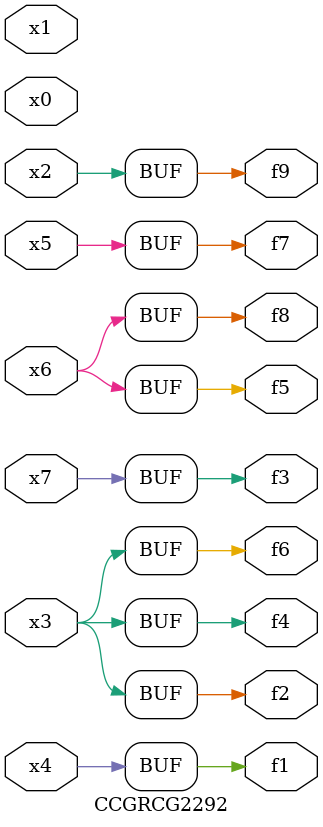
<source format=v>
module CCGRCG2292(
	input x0, x1, x2, x3, x4, x5, x6, x7,
	output f1, f2, f3, f4, f5, f6, f7, f8, f9
);
	assign f1 = x4;
	assign f2 = x3;
	assign f3 = x7;
	assign f4 = x3;
	assign f5 = x6;
	assign f6 = x3;
	assign f7 = x5;
	assign f8 = x6;
	assign f9 = x2;
endmodule

</source>
